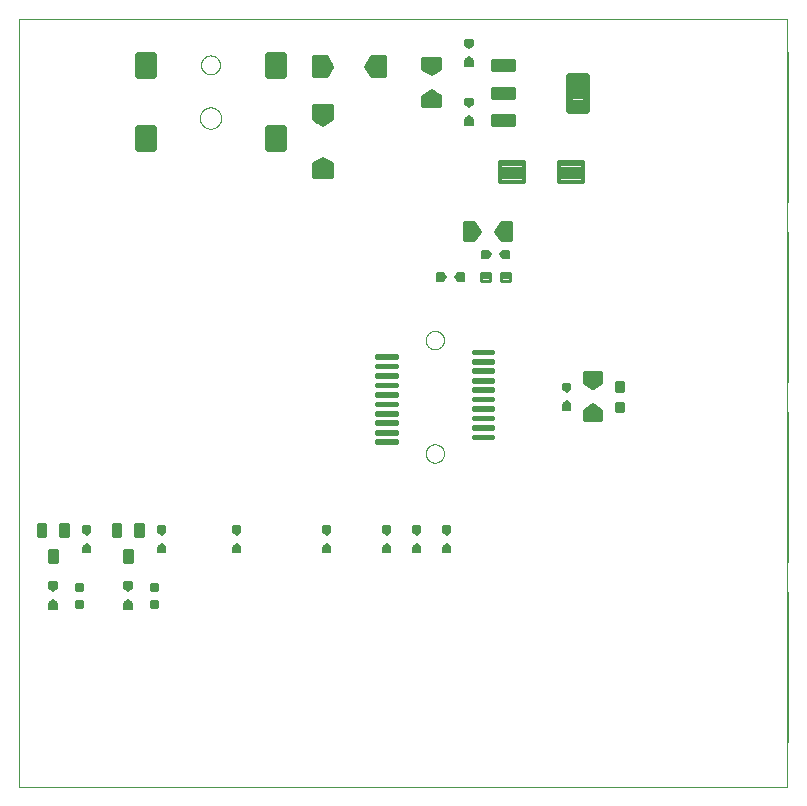
<source format=gtp>
From ad2df019cbf723b1d07ead72946830007506c741 Mon Sep 17 00:00:00 2001
From: Harald Welte <laforge@gnumonks.org>
Date: Tue, 21 Aug 2018 19:47:28 +0200
Subject: sfp-{breakout,experimenter}: Commit GERBER exports

---
 sfp-breakout/gerber/sfp-breakout/sfp-breakout.GTP | 1811 +++++++++++++++++++++
 1 file changed, 1811 insertions(+)
 create mode 100644 sfp-breakout/gerber/sfp-breakout/sfp-breakout.GTP

(limited to 'sfp-breakout/gerber/sfp-breakout/sfp-breakout.GTP')

diff --git a/sfp-breakout/gerber/sfp-breakout/sfp-breakout.GTP b/sfp-breakout/gerber/sfp-breakout/sfp-breakout.GTP
new file mode 100644
index 0000000..dcff220
--- /dev/null
+++ b/sfp-breakout/gerber/sfp-breakout/sfp-breakout.GTP
@@ -0,0 +1,1811 @@
+G75*
+%MOIN*%
+%OFA0B0*%
+%FSLAX25Y25*%
+%IPPOS*%
+%LPD*%
+%AMOC8*
+5,1,8,0,0,1.08239X$1,22.5*
+%
+%ADD10C,0.00000*%
+%ADD11C,0.00886*%
+%ADD12C,0.01200*%
+%ADD13C,0.00500*%
+%ADD14C,0.01063*%
+%ADD15C,0.01451*%
+%ADD16C,0.02182*%
+%ADD17C,0.01296*%
+%ADD18C,0.02418*%
+%ADD19C,0.00850*%
+D10*
+X0027667Y0001650D02*
+X0027667Y0257555D01*
+X0283573Y0257555D01*
+X0283573Y0001650D01*
+X0027667Y0001650D01*
+X0163160Y0112752D02*
+X0163162Y0112862D01*
+X0163168Y0112972D01*
+X0163178Y0113082D01*
+X0163192Y0113191D01*
+X0163210Y0113300D01*
+X0163231Y0113408D01*
+X0163257Y0113515D01*
+X0163286Y0113621D01*
+X0163320Y0113726D01*
+X0163357Y0113830D01*
+X0163398Y0113932D01*
+X0163442Y0114033D01*
+X0163490Y0114132D01*
+X0163542Y0114230D01*
+X0163597Y0114325D01*
+X0163655Y0114418D01*
+X0163717Y0114509D01*
+X0163782Y0114598D01*
+X0163850Y0114685D01*
+X0163922Y0114769D01*
+X0163996Y0114850D01*
+X0164073Y0114929D01*
+X0164153Y0115005D01*
+X0164236Y0115077D01*
+X0164321Y0115147D01*
+X0164409Y0115214D01*
+X0164499Y0115277D01*
+X0164591Y0115337D01*
+X0164685Y0115394D01*
+X0164782Y0115448D01*
+X0164880Y0115497D01*
+X0164980Y0115544D01*
+X0165082Y0115586D01*
+X0165185Y0115625D01*
+X0165289Y0115660D01*
+X0165395Y0115692D01*
+X0165501Y0115719D01*
+X0165609Y0115743D01*
+X0165717Y0115763D01*
+X0165826Y0115779D01*
+X0165936Y0115791D01*
+X0166046Y0115799D01*
+X0166156Y0115803D01*
+X0166266Y0115803D01*
+X0166376Y0115799D01*
+X0166486Y0115791D01*
+X0166596Y0115779D01*
+X0166705Y0115763D01*
+X0166813Y0115743D01*
+X0166921Y0115719D01*
+X0167027Y0115692D01*
+X0167133Y0115660D01*
+X0167237Y0115625D01*
+X0167340Y0115586D01*
+X0167442Y0115544D01*
+X0167542Y0115497D01*
+X0167640Y0115448D01*
+X0167736Y0115394D01*
+X0167831Y0115337D01*
+X0167923Y0115277D01*
+X0168013Y0115214D01*
+X0168101Y0115147D01*
+X0168186Y0115077D01*
+X0168269Y0115005D01*
+X0168349Y0114929D01*
+X0168426Y0114850D01*
+X0168500Y0114769D01*
+X0168572Y0114685D01*
+X0168640Y0114598D01*
+X0168705Y0114509D01*
+X0168767Y0114418D01*
+X0168825Y0114325D01*
+X0168880Y0114230D01*
+X0168932Y0114132D01*
+X0168980Y0114033D01*
+X0169024Y0113932D01*
+X0169065Y0113830D01*
+X0169102Y0113726D01*
+X0169136Y0113621D01*
+X0169165Y0113515D01*
+X0169191Y0113408D01*
+X0169212Y0113300D01*
+X0169230Y0113191D01*
+X0169244Y0113082D01*
+X0169254Y0112972D01*
+X0169260Y0112862D01*
+X0169262Y0112752D01*
+X0169260Y0112642D01*
+X0169254Y0112532D01*
+X0169244Y0112422D01*
+X0169230Y0112313D01*
+X0169212Y0112204D01*
+X0169191Y0112096D01*
+X0169165Y0111989D01*
+X0169136Y0111883D01*
+X0169102Y0111778D01*
+X0169065Y0111674D01*
+X0169024Y0111572D01*
+X0168980Y0111471D01*
+X0168932Y0111372D01*
+X0168880Y0111274D01*
+X0168825Y0111179D01*
+X0168767Y0111086D01*
+X0168705Y0110995D01*
+X0168640Y0110906D01*
+X0168572Y0110819D01*
+X0168500Y0110735D01*
+X0168426Y0110654D01*
+X0168349Y0110575D01*
+X0168269Y0110499D01*
+X0168186Y0110427D01*
+X0168101Y0110357D01*
+X0168013Y0110290D01*
+X0167923Y0110227D01*
+X0167831Y0110167D01*
+X0167737Y0110110D01*
+X0167640Y0110056D01*
+X0167542Y0110007D01*
+X0167442Y0109960D01*
+X0167340Y0109918D01*
+X0167237Y0109879D01*
+X0167133Y0109844D01*
+X0167027Y0109812D01*
+X0166921Y0109785D01*
+X0166813Y0109761D01*
+X0166705Y0109741D01*
+X0166596Y0109725D01*
+X0166486Y0109713D01*
+X0166376Y0109705D01*
+X0166266Y0109701D01*
+X0166156Y0109701D01*
+X0166046Y0109705D01*
+X0165936Y0109713D01*
+X0165826Y0109725D01*
+X0165717Y0109741D01*
+X0165609Y0109761D01*
+X0165501Y0109785D01*
+X0165395Y0109812D01*
+X0165289Y0109844D01*
+X0165185Y0109879D01*
+X0165082Y0109918D01*
+X0164980Y0109960D01*
+X0164880Y0110007D01*
+X0164782Y0110056D01*
+X0164685Y0110110D01*
+X0164591Y0110167D01*
+X0164499Y0110227D01*
+X0164409Y0110290D01*
+X0164321Y0110357D01*
+X0164236Y0110427D01*
+X0164153Y0110499D01*
+X0164073Y0110575D01*
+X0163996Y0110654D01*
+X0163922Y0110735D01*
+X0163850Y0110819D01*
+X0163782Y0110906D01*
+X0163717Y0110995D01*
+X0163655Y0111086D01*
+X0163597Y0111179D01*
+X0163542Y0111274D01*
+X0163490Y0111372D01*
+X0163442Y0111471D01*
+X0163398Y0111572D01*
+X0163357Y0111674D01*
+X0163320Y0111778D01*
+X0163286Y0111883D01*
+X0163257Y0111989D01*
+X0163231Y0112096D01*
+X0163210Y0112204D01*
+X0163192Y0112313D01*
+X0163178Y0112422D01*
+X0163168Y0112532D01*
+X0163162Y0112642D01*
+X0163160Y0112752D01*
+X0163160Y0150547D02*
+X0163162Y0150657D01*
+X0163168Y0150767D01*
+X0163178Y0150877D01*
+X0163192Y0150986D01*
+X0163210Y0151095D01*
+X0163231Y0151203D01*
+X0163257Y0151310D01*
+X0163286Y0151416D01*
+X0163320Y0151521D01*
+X0163357Y0151625D01*
+X0163398Y0151727D01*
+X0163442Y0151828D01*
+X0163490Y0151927D01*
+X0163542Y0152025D01*
+X0163597Y0152120D01*
+X0163655Y0152213D01*
+X0163717Y0152304D01*
+X0163782Y0152393D01*
+X0163850Y0152480D01*
+X0163922Y0152564D01*
+X0163996Y0152645D01*
+X0164073Y0152724D01*
+X0164153Y0152800D01*
+X0164236Y0152872D01*
+X0164321Y0152942D01*
+X0164409Y0153009D01*
+X0164499Y0153072D01*
+X0164591Y0153132D01*
+X0164685Y0153189D01*
+X0164782Y0153243D01*
+X0164880Y0153292D01*
+X0164980Y0153339D01*
+X0165082Y0153381D01*
+X0165185Y0153420D01*
+X0165289Y0153455D01*
+X0165395Y0153487D01*
+X0165501Y0153514D01*
+X0165609Y0153538D01*
+X0165717Y0153558D01*
+X0165826Y0153574D01*
+X0165936Y0153586D01*
+X0166046Y0153594D01*
+X0166156Y0153598D01*
+X0166266Y0153598D01*
+X0166376Y0153594D01*
+X0166486Y0153586D01*
+X0166596Y0153574D01*
+X0166705Y0153558D01*
+X0166813Y0153538D01*
+X0166921Y0153514D01*
+X0167027Y0153487D01*
+X0167133Y0153455D01*
+X0167237Y0153420D01*
+X0167340Y0153381D01*
+X0167442Y0153339D01*
+X0167542Y0153292D01*
+X0167640Y0153243D01*
+X0167736Y0153189D01*
+X0167831Y0153132D01*
+X0167923Y0153072D01*
+X0168013Y0153009D01*
+X0168101Y0152942D01*
+X0168186Y0152872D01*
+X0168269Y0152800D01*
+X0168349Y0152724D01*
+X0168426Y0152645D01*
+X0168500Y0152564D01*
+X0168572Y0152480D01*
+X0168640Y0152393D01*
+X0168705Y0152304D01*
+X0168767Y0152213D01*
+X0168825Y0152120D01*
+X0168880Y0152025D01*
+X0168932Y0151927D01*
+X0168980Y0151828D01*
+X0169024Y0151727D01*
+X0169065Y0151625D01*
+X0169102Y0151521D01*
+X0169136Y0151416D01*
+X0169165Y0151310D01*
+X0169191Y0151203D01*
+X0169212Y0151095D01*
+X0169230Y0150986D01*
+X0169244Y0150877D01*
+X0169254Y0150767D01*
+X0169260Y0150657D01*
+X0169262Y0150547D01*
+X0169260Y0150437D01*
+X0169254Y0150327D01*
+X0169244Y0150217D01*
+X0169230Y0150108D01*
+X0169212Y0149999D01*
+X0169191Y0149891D01*
+X0169165Y0149784D01*
+X0169136Y0149678D01*
+X0169102Y0149573D01*
+X0169065Y0149469D01*
+X0169024Y0149367D01*
+X0168980Y0149266D01*
+X0168932Y0149167D01*
+X0168880Y0149069D01*
+X0168825Y0148974D01*
+X0168767Y0148881D01*
+X0168705Y0148790D01*
+X0168640Y0148701D01*
+X0168572Y0148614D01*
+X0168500Y0148530D01*
+X0168426Y0148449D01*
+X0168349Y0148370D01*
+X0168269Y0148294D01*
+X0168186Y0148222D01*
+X0168101Y0148152D01*
+X0168013Y0148085D01*
+X0167923Y0148022D01*
+X0167831Y0147962D01*
+X0167737Y0147905D01*
+X0167640Y0147851D01*
+X0167542Y0147802D01*
+X0167442Y0147755D01*
+X0167340Y0147713D01*
+X0167237Y0147674D01*
+X0167133Y0147639D01*
+X0167027Y0147607D01*
+X0166921Y0147580D01*
+X0166813Y0147556D01*
+X0166705Y0147536D01*
+X0166596Y0147520D01*
+X0166486Y0147508D01*
+X0166376Y0147500D01*
+X0166266Y0147496D01*
+X0166156Y0147496D01*
+X0166046Y0147500D01*
+X0165936Y0147508D01*
+X0165826Y0147520D01*
+X0165717Y0147536D01*
+X0165609Y0147556D01*
+X0165501Y0147580D01*
+X0165395Y0147607D01*
+X0165289Y0147639D01*
+X0165185Y0147674D01*
+X0165082Y0147713D01*
+X0164980Y0147755D01*
+X0164880Y0147802D01*
+X0164782Y0147851D01*
+X0164685Y0147905D01*
+X0164591Y0147962D01*
+X0164499Y0148022D01*
+X0164409Y0148085D01*
+X0164321Y0148152D01*
+X0164236Y0148222D01*
+X0164153Y0148294D01*
+X0164073Y0148370D01*
+X0163996Y0148449D01*
+X0163922Y0148530D01*
+X0163850Y0148614D01*
+X0163782Y0148701D01*
+X0163717Y0148790D01*
+X0163655Y0148881D01*
+X0163597Y0148974D01*
+X0163542Y0149069D01*
+X0163490Y0149167D01*
+X0163442Y0149266D01*
+X0163398Y0149367D01*
+X0163357Y0149469D01*
+X0163320Y0149573D01*
+X0163286Y0149678D01*
+X0163257Y0149784D01*
+X0163231Y0149891D01*
+X0163210Y0149999D01*
+X0163192Y0150108D01*
+X0163178Y0150217D01*
+X0163168Y0150327D01*
+X0163162Y0150437D01*
+X0163160Y0150547D01*
+X0087874Y0224563D02*
+X0087876Y0224681D01*
+X0087882Y0224800D01*
+X0087892Y0224918D01*
+X0087906Y0225035D01*
+X0087923Y0225152D01*
+X0087945Y0225269D01*
+X0087971Y0225384D01*
+X0088000Y0225499D01*
+X0088033Y0225613D01*
+X0088070Y0225725D01*
+X0088111Y0225836D01*
+X0088155Y0225946D01*
+X0088203Y0226054D01*
+X0088255Y0226161D01*
+X0088310Y0226266D01*
+X0088369Y0226369D01*
+X0088431Y0226469D01*
+X0088496Y0226568D01*
+X0088565Y0226665D01*
+X0088636Y0226759D01*
+X0088711Y0226850D01*
+X0088789Y0226940D01*
+X0088870Y0227026D01*
+X0088954Y0227110D01*
+X0089040Y0227191D01*
+X0089130Y0227269D01*
+X0089221Y0227344D01*
+X0089315Y0227415D01*
+X0089412Y0227484D01*
+X0089511Y0227549D01*
+X0089611Y0227611D01*
+X0089714Y0227670D01*
+X0089819Y0227725D01*
+X0089926Y0227777D01*
+X0090034Y0227825D01*
+X0090144Y0227869D01*
+X0090255Y0227910D01*
+X0090367Y0227947D01*
+X0090481Y0227980D01*
+X0090596Y0228009D01*
+X0090711Y0228035D01*
+X0090828Y0228057D01*
+X0090945Y0228074D01*
+X0091062Y0228088D01*
+X0091180Y0228098D01*
+X0091299Y0228104D01*
+X0091417Y0228106D01*
+X0091535Y0228104D01*
+X0091654Y0228098D01*
+X0091772Y0228088D01*
+X0091889Y0228074D01*
+X0092006Y0228057D01*
+X0092123Y0228035D01*
+X0092238Y0228009D01*
+X0092353Y0227980D01*
+X0092467Y0227947D01*
+X0092579Y0227910D01*
+X0092690Y0227869D01*
+X0092800Y0227825D01*
+X0092908Y0227777D01*
+X0093015Y0227725D01*
+X0093120Y0227670D01*
+X0093223Y0227611D01*
+X0093323Y0227549D01*
+X0093422Y0227484D01*
+X0093519Y0227415D01*
+X0093613Y0227344D01*
+X0093704Y0227269D01*
+X0093794Y0227191D01*
+X0093880Y0227110D01*
+X0093964Y0227026D01*
+X0094045Y0226940D01*
+X0094123Y0226850D01*
+X0094198Y0226759D01*
+X0094269Y0226665D01*
+X0094338Y0226568D01*
+X0094403Y0226469D01*
+X0094465Y0226369D01*
+X0094524Y0226266D01*
+X0094579Y0226161D01*
+X0094631Y0226054D01*
+X0094679Y0225946D01*
+X0094723Y0225836D01*
+X0094764Y0225725D01*
+X0094801Y0225613D01*
+X0094834Y0225499D01*
+X0094863Y0225384D01*
+X0094889Y0225269D01*
+X0094911Y0225152D01*
+X0094928Y0225035D01*
+X0094942Y0224918D01*
+X0094952Y0224800D01*
+X0094958Y0224681D01*
+X0094960Y0224563D01*
+X0094958Y0224445D01*
+X0094952Y0224326D01*
+X0094942Y0224208D01*
+X0094928Y0224091D01*
+X0094911Y0223974D01*
+X0094889Y0223857D01*
+X0094863Y0223742D01*
+X0094834Y0223627D01*
+X0094801Y0223513D01*
+X0094764Y0223401D01*
+X0094723Y0223290D01*
+X0094679Y0223180D01*
+X0094631Y0223072D01*
+X0094579Y0222965D01*
+X0094524Y0222860D01*
+X0094465Y0222757D01*
+X0094403Y0222657D01*
+X0094338Y0222558D01*
+X0094269Y0222461D01*
+X0094198Y0222367D01*
+X0094123Y0222276D01*
+X0094045Y0222186D01*
+X0093964Y0222100D01*
+X0093880Y0222016D01*
+X0093794Y0221935D01*
+X0093704Y0221857D01*
+X0093613Y0221782D01*
+X0093519Y0221711D01*
+X0093422Y0221642D01*
+X0093323Y0221577D01*
+X0093223Y0221515D01*
+X0093120Y0221456D01*
+X0093015Y0221401D01*
+X0092908Y0221349D01*
+X0092800Y0221301D01*
+X0092690Y0221257D01*
+X0092579Y0221216D01*
+X0092467Y0221179D01*
+X0092353Y0221146D01*
+X0092238Y0221117D01*
+X0092123Y0221091D01*
+X0092006Y0221069D01*
+X0091889Y0221052D01*
+X0091772Y0221038D01*
+X0091654Y0221028D01*
+X0091535Y0221022D01*
+X0091417Y0221020D01*
+X0091299Y0221022D01*
+X0091180Y0221028D01*
+X0091062Y0221038D01*
+X0090945Y0221052D01*
+X0090828Y0221069D01*
+X0090711Y0221091D01*
+X0090596Y0221117D01*
+X0090481Y0221146D01*
+X0090367Y0221179D01*
+X0090255Y0221216D01*
+X0090144Y0221257D01*
+X0090034Y0221301D01*
+X0089926Y0221349D01*
+X0089819Y0221401D01*
+X0089714Y0221456D01*
+X0089611Y0221515D01*
+X0089511Y0221577D01*
+X0089412Y0221642D01*
+X0089315Y0221711D01*
+X0089221Y0221782D01*
+X0089130Y0221857D01*
+X0089040Y0221935D01*
+X0088954Y0222016D01*
+X0088870Y0222100D01*
+X0088789Y0222186D01*
+X0088711Y0222276D01*
+X0088636Y0222367D01*
+X0088565Y0222461D01*
+X0088496Y0222558D01*
+X0088431Y0222657D01*
+X0088369Y0222757D01*
+X0088310Y0222860D01*
+X0088255Y0222965D01*
+X0088203Y0223072D01*
+X0088155Y0223180D01*
+X0088111Y0223290D01*
+X0088070Y0223401D01*
+X0088033Y0223513D01*
+X0088000Y0223627D01*
+X0087971Y0223742D01*
+X0087945Y0223857D01*
+X0087923Y0223974D01*
+X0087906Y0224091D01*
+X0087892Y0224208D01*
+X0087882Y0224326D01*
+X0087876Y0224445D01*
+X0087874Y0224563D01*
+X0088267Y0242280D02*
+X0088269Y0242392D01*
+X0088275Y0242503D01*
+X0088285Y0242615D01*
+X0088299Y0242726D01*
+X0088316Y0242836D01*
+X0088338Y0242946D01*
+X0088364Y0243055D01*
+X0088393Y0243163D01*
+X0088426Y0243269D01*
+X0088463Y0243375D01*
+X0088504Y0243479D01*
+X0088549Y0243582D01*
+X0088597Y0243683D01*
+X0088648Y0243782D01*
+X0088703Y0243879D01*
+X0088762Y0243974D01*
+X0088823Y0244068D01*
+X0088888Y0244159D01*
+X0088957Y0244247D01*
+X0089028Y0244333D01*
+X0089102Y0244417D01*
+X0089180Y0244497D01*
+X0089260Y0244575D01*
+X0089343Y0244651D01*
+X0089428Y0244723D01*
+X0089516Y0244792D01*
+X0089606Y0244858D01*
+X0089699Y0244920D01*
+X0089794Y0244980D01*
+X0089891Y0245036D01*
+X0089989Y0245088D01*
+X0090090Y0245137D01*
+X0090192Y0245182D01*
+X0090296Y0245224D01*
+X0090401Y0245262D01*
+X0090508Y0245296D01*
+X0090615Y0245326D01*
+X0090724Y0245353D01*
+X0090833Y0245375D01*
+X0090944Y0245394D01*
+X0091054Y0245409D01*
+X0091166Y0245420D01*
+X0091277Y0245427D01*
+X0091389Y0245430D01*
+X0091501Y0245429D01*
+X0091613Y0245424D01*
+X0091724Y0245415D01*
+X0091835Y0245402D01*
+X0091946Y0245385D01*
+X0092056Y0245365D01*
+X0092165Y0245340D01*
+X0092273Y0245312D01*
+X0092380Y0245279D01*
+X0092486Y0245243D01*
+X0092590Y0245203D01*
+X0092693Y0245160D01*
+X0092795Y0245113D01*
+X0092894Y0245062D01*
+X0092992Y0245008D01*
+X0093088Y0244950D01*
+X0093182Y0244889D01*
+X0093273Y0244825D01*
+X0093362Y0244758D01*
+X0093449Y0244687D01*
+X0093533Y0244613D01*
+X0093615Y0244537D01*
+X0093693Y0244457D01*
+X0093769Y0244375D01*
+X0093842Y0244290D01*
+X0093912Y0244203D01*
+X0093978Y0244113D01*
+X0094042Y0244021D01*
+X0094102Y0243927D01*
+X0094159Y0243831D01*
+X0094212Y0243732D01*
+X0094262Y0243632D01*
+X0094308Y0243531D01*
+X0094351Y0243427D01*
+X0094390Y0243322D01*
+X0094425Y0243216D01*
+X0094456Y0243109D01*
+X0094484Y0243000D01*
+X0094507Y0242891D01*
+X0094527Y0242781D01*
+X0094543Y0242670D01*
+X0094555Y0242559D01*
+X0094563Y0242448D01*
+X0094567Y0242336D01*
+X0094567Y0242224D01*
+X0094563Y0242112D01*
+X0094555Y0242001D01*
+X0094543Y0241890D01*
+X0094527Y0241779D01*
+X0094507Y0241669D01*
+X0094484Y0241560D01*
+X0094456Y0241451D01*
+X0094425Y0241344D01*
+X0094390Y0241238D01*
+X0094351Y0241133D01*
+X0094308Y0241029D01*
+X0094262Y0240928D01*
+X0094212Y0240828D01*
+X0094159Y0240729D01*
+X0094102Y0240633D01*
+X0094042Y0240539D01*
+X0093978Y0240447D01*
+X0093912Y0240357D01*
+X0093842Y0240270D01*
+X0093769Y0240185D01*
+X0093693Y0240103D01*
+X0093615Y0240023D01*
+X0093533Y0239947D01*
+X0093449Y0239873D01*
+X0093362Y0239802D01*
+X0093273Y0239735D01*
+X0093182Y0239671D01*
+X0093088Y0239610D01*
+X0092992Y0239552D01*
+X0092894Y0239498D01*
+X0092795Y0239447D01*
+X0092693Y0239400D01*
+X0092590Y0239357D01*
+X0092486Y0239317D01*
+X0092380Y0239281D01*
+X0092273Y0239248D01*
+X0092165Y0239220D01*
+X0092056Y0239195D01*
+X0091946Y0239175D01*
+X0091835Y0239158D01*
+X0091724Y0239145D01*
+X0091613Y0239136D01*
+X0091501Y0239131D01*
+X0091389Y0239130D01*
+X0091277Y0239133D01*
+X0091166Y0239140D01*
+X0091054Y0239151D01*
+X0090944Y0239166D01*
+X0090833Y0239185D01*
+X0090724Y0239207D01*
+X0090615Y0239234D01*
+X0090508Y0239264D01*
+X0090401Y0239298D01*
+X0090296Y0239336D01*
+X0090192Y0239378D01*
+X0090090Y0239423D01*
+X0089989Y0239472D01*
+X0089891Y0239524D01*
+X0089794Y0239580D01*
+X0089699Y0239640D01*
+X0089606Y0239702D01*
+X0089516Y0239768D01*
+X0089428Y0239837D01*
+X0089343Y0239909D01*
+X0089260Y0239985D01*
+X0089180Y0240063D01*
+X0089102Y0240143D01*
+X0089028Y0240227D01*
+X0088957Y0240313D01*
+X0088888Y0240401D01*
+X0088823Y0240492D01*
+X0088762Y0240586D01*
+X0088703Y0240681D01*
+X0088648Y0240778D01*
+X0088597Y0240877D01*
+X0088549Y0240978D01*
+X0088504Y0241081D01*
+X0088463Y0241185D01*
+X0088426Y0241291D01*
+X0088393Y0241397D01*
+X0088364Y0241505D01*
+X0088338Y0241614D01*
+X0088316Y0241724D01*
+X0088299Y0241834D01*
+X0088285Y0241945D01*
+X0088275Y0242057D01*
+X0088269Y0242168D01*
+X0088267Y0242280D01*
+X0283917Y0246650D02*
+X0283917Y0196650D01*
+X0283917Y0186650D02*
+X0283917Y0136650D01*
+X0283917Y0126650D02*
+X0283917Y0076650D01*
+X0283917Y0066650D02*
+X0283917Y0016650D01*
+D11*
+X0185747Y0117821D02*
+X0178957Y0117821D01*
+X0178957Y0118707D01*
+X0185747Y0118707D01*
+X0185747Y0117821D01*
+X0185747Y0118706D02*
+X0178957Y0118706D01*
+X0178957Y0120970D02*
+X0185747Y0120970D01*
+X0178957Y0120970D02*
+X0178957Y0121856D01*
+X0185747Y0121856D01*
+X0185747Y0120970D01*
+X0185747Y0121855D02*
+X0178957Y0121855D01*
+X0178957Y0124120D02*
+X0185747Y0124120D01*
+X0178957Y0124120D02*
+X0178957Y0125006D01*
+X0185747Y0125006D01*
+X0185747Y0124120D01*
+X0185747Y0125005D02*
+X0178957Y0125005D01*
+X0178957Y0127270D02*
+X0185747Y0127270D01*
+X0178957Y0127270D02*
+X0178957Y0128156D01*
+X0185747Y0128156D01*
+X0185747Y0127270D01*
+X0185747Y0128155D02*
+X0178957Y0128155D01*
+X0178957Y0130419D02*
+X0185747Y0130419D01*
+X0178957Y0130419D02*
+X0178957Y0131305D01*
+X0185747Y0131305D01*
+X0185747Y0130419D01*
+X0185747Y0131304D02*
+X0178957Y0131304D01*
+X0178957Y0133569D02*
+X0185747Y0133569D01*
+X0178957Y0133569D02*
+X0178957Y0134455D01*
+X0185747Y0134455D01*
+X0185747Y0133569D01*
+X0185747Y0134454D02*
+X0178957Y0134454D01*
+X0178957Y0136718D02*
+X0185747Y0136718D01*
+X0178957Y0136718D02*
+X0178957Y0137604D01*
+X0185747Y0137604D01*
+X0185747Y0136718D01*
+X0185747Y0137603D02*
+X0178957Y0137603D01*
+X0178957Y0139868D02*
+X0185747Y0139868D01*
+X0178957Y0139868D02*
+X0178957Y0140754D01*
+X0185747Y0140754D01*
+X0185747Y0139868D01*
+X0185747Y0140753D02*
+X0178957Y0140753D01*
+X0178957Y0143018D02*
+X0185747Y0143018D01*
+X0178957Y0143018D02*
+X0178957Y0143904D01*
+X0185747Y0143904D01*
+X0185747Y0143018D01*
+X0185747Y0143903D02*
+X0178957Y0143903D01*
+X0178957Y0146167D02*
+X0185747Y0146167D01*
+X0178957Y0146167D02*
+X0178957Y0147053D01*
+X0185747Y0147053D01*
+X0185747Y0146167D01*
+X0185747Y0147052D02*
+X0178957Y0147052D01*
+X0153464Y0144592D02*
+X0146674Y0144592D01*
+X0146674Y0145478D01*
+X0153464Y0145478D01*
+X0153464Y0144592D01*
+X0153464Y0145477D02*
+X0146674Y0145477D01*
+X0146674Y0141443D02*
+X0153464Y0141443D01*
+X0146674Y0141443D02*
+X0146674Y0142329D01*
+X0153464Y0142329D01*
+X0153464Y0141443D01*
+X0153464Y0142328D02*
+X0146674Y0142328D01*
+X0146674Y0138293D02*
+X0153464Y0138293D01*
+X0146674Y0138293D02*
+X0146674Y0139179D01*
+X0153464Y0139179D01*
+X0153464Y0138293D01*
+X0153464Y0139178D02*
+X0146674Y0139178D01*
+X0146674Y0135144D02*
+X0153464Y0135144D01*
+X0146674Y0135144D02*
+X0146674Y0136030D01*
+X0153464Y0136030D01*
+X0153464Y0135144D01*
+X0153464Y0136029D02*
+X0146674Y0136029D01*
+X0146674Y0131994D02*
+X0153464Y0131994D01*
+X0146674Y0131994D02*
+X0146674Y0132880D01*
+X0153464Y0132880D01*
+X0153464Y0131994D01*
+X0153464Y0132879D02*
+X0146674Y0132879D01*
+X0146674Y0128844D02*
+X0153464Y0128844D01*
+X0146674Y0128844D02*
+X0146674Y0129730D01*
+X0153464Y0129730D01*
+X0153464Y0128844D01*
+X0153464Y0129729D02*
+X0146674Y0129729D01*
+X0146674Y0125695D02*
+X0153464Y0125695D01*
+X0146674Y0125695D02*
+X0146674Y0126581D01*
+X0153464Y0126581D01*
+X0153464Y0125695D01*
+X0153464Y0126580D02*
+X0146674Y0126580D01*
+X0146674Y0122545D02*
+X0153464Y0122545D01*
+X0146674Y0122545D02*
+X0146674Y0123431D01*
+X0153464Y0123431D01*
+X0153464Y0122545D01*
+X0153464Y0123430D02*
+X0146674Y0123430D01*
+X0146674Y0119396D02*
+X0153464Y0119396D01*
+X0146674Y0119396D02*
+X0146674Y0120282D01*
+X0153464Y0120282D01*
+X0153464Y0119396D01*
+X0153464Y0120281D02*
+X0146674Y0120281D01*
+X0146674Y0116246D02*
+X0153464Y0116246D01*
+X0146674Y0116246D02*
+X0146674Y0117132D01*
+X0153464Y0117132D01*
+X0153464Y0116246D01*
+X0153464Y0117131D02*
+X0146674Y0117131D01*
+D12*
+X0216105Y0123837D02*
+X0216105Y0126962D01*
+X0218917Y0128837D01*
+X0221730Y0126962D01*
+X0221730Y0123837D01*
+X0216105Y0123837D01*
+X0216105Y0123898D02*
+X0221730Y0123898D01*
+X0221730Y0125096D02*
+X0216105Y0125096D01*
+X0216105Y0126295D02*
+X0221730Y0126295D01*
+X0220933Y0127493D02*
+X0216902Y0127493D01*
+X0218699Y0128692D02*
+X0219135Y0128692D01*
+X0218917Y0134462D02*
+X0216105Y0136337D01*
+X0216105Y0139462D01*
+X0221730Y0139462D01*
+X0221730Y0136337D01*
+X0218917Y0134462D01*
+X0218584Y0134684D02*
+X0219251Y0134684D01*
+X0221048Y0135883D02*
+X0216786Y0135883D01*
+X0216105Y0137081D02*
+X0221730Y0137081D01*
+X0221730Y0138280D02*
+X0216105Y0138280D01*
+X0191730Y0183837D02*
+X0188605Y0183837D01*
+X0186730Y0186650D01*
+X0188605Y0189462D01*
+X0191730Y0189462D01*
+X0191730Y0183837D01*
+X0191730Y0185022D02*
+X0187815Y0185022D01*
+X0187016Y0186220D02*
+X0191730Y0186220D01*
+X0191730Y0187419D02*
+X0187243Y0187419D01*
+X0188042Y0188617D02*
+X0191730Y0188617D01*
+X0181105Y0186650D02*
+X0179230Y0183837D01*
+X0176105Y0183837D01*
+X0176105Y0189462D01*
+X0179230Y0189462D01*
+X0181105Y0186650D01*
+X0180819Y0186220D02*
+X0176105Y0186220D01*
+X0176105Y0185022D02*
+X0180020Y0185022D01*
+X0180592Y0187419D02*
+X0176105Y0187419D01*
+X0176105Y0188617D02*
+X0179793Y0188617D01*
+X0167980Y0228522D02*
+X0162355Y0228522D01*
+X0162355Y0231647D01*
+X0165167Y0233522D01*
+X0167980Y0231647D01*
+X0167980Y0228522D01*
+X0167980Y0229367D02*
+X0162355Y0229367D01*
+X0162355Y0230565D02*
+X0167980Y0230565D01*
+X0167805Y0231764D02*
+X0162530Y0231764D01*
+X0164328Y0232962D02*
+X0166007Y0232962D01*
+X0165167Y0239147D02*
+X0162355Y0241022D01*
+X0162355Y0244147D01*
+X0167980Y0244147D01*
+X0167980Y0241022D01*
+X0165167Y0239147D01*
+X0163658Y0240153D02*
+X0166677Y0240153D01*
+X0167980Y0241352D02*
+X0162355Y0241352D01*
+X0162355Y0242550D02*
+X0167980Y0242550D01*
+X0167980Y0243749D02*
+X0162355Y0243749D01*
+X0149542Y0243749D02*
+X0144552Y0243749D01*
+X0145167Y0244775D02*
+X0143292Y0241650D01*
+X0145167Y0238525D01*
+X0149542Y0238525D01*
+X0149542Y0244775D01*
+X0145167Y0244775D01*
+X0143833Y0242550D02*
+X0149542Y0242550D01*
+X0149542Y0241352D02*
+X0143471Y0241352D01*
+X0144190Y0240153D02*
+X0149542Y0240153D01*
+X0149542Y0238955D02*
+X0144909Y0238955D01*
+X0132042Y0241650D02*
+X0130167Y0238525D01*
+X0125792Y0238525D01*
+X0125792Y0244775D01*
+X0130167Y0244775D01*
+X0132042Y0241650D01*
+X0131864Y0241352D02*
+X0125792Y0241352D01*
+X0125792Y0242550D02*
+X0131502Y0242550D01*
+X0130783Y0243749D02*
+X0125792Y0243749D01*
+X0125792Y0240153D02*
+X0131145Y0240153D01*
+X0130425Y0238955D02*
+X0125792Y0238955D01*
+X0125792Y0228525D02*
+X0125792Y0224150D01*
+X0128917Y0222275D01*
+X0132042Y0224150D01*
+X0132042Y0228525D01*
+X0125792Y0228525D01*
+X0125792Y0228168D02*
+X0132042Y0228168D01*
+X0132042Y0226970D02*
+X0125792Y0226970D01*
+X0125792Y0225771D02*
+X0132042Y0225771D01*
+X0132042Y0224573D02*
+X0125792Y0224573D01*
+X0127085Y0223374D02*
+X0130750Y0223374D01*
+X0128917Y0211025D02*
+X0125792Y0209150D01*
+X0125792Y0204775D01*
+X0132042Y0204775D01*
+X0132042Y0209150D01*
+X0128917Y0211025D01*
+X0127527Y0210191D02*
+X0130307Y0210191D01*
+X0132042Y0208992D02*
+X0125792Y0208992D01*
+X0125792Y0207794D02*
+X0132042Y0207794D01*
+X0132042Y0206595D02*
+X0125792Y0206595D01*
+X0125792Y0205397D02*
+X0132042Y0205397D01*
+D13*
+X0167042Y0172900D02*
+X0168917Y0172900D01*
+X0169855Y0171650D01*
+X0168917Y0170400D01*
+X0167042Y0170400D01*
+X0167042Y0172900D01*
+X0167042Y0172639D02*
+X0169113Y0172639D01*
+X0169487Y0172140D02*
+X0167042Y0172140D01*
+X0167042Y0171642D02*
+X0169849Y0171642D01*
+X0169475Y0171143D02*
+X0167042Y0171143D01*
+X0167042Y0170645D02*
+X0169101Y0170645D01*
+X0172980Y0171650D02*
+X0173917Y0172900D01*
+X0175792Y0172900D01*
+X0175792Y0170400D01*
+X0173917Y0170400D01*
+X0172980Y0171650D01*
+X0172986Y0171642D02*
+X0175792Y0171642D01*
+X0175792Y0172140D02*
+X0173348Y0172140D01*
+X0173722Y0172639D02*
+X0175792Y0172639D01*
+X0175792Y0171143D02*
+X0173359Y0171143D01*
+X0173733Y0170645D02*
+X0175792Y0170645D01*
+X0182042Y0177900D02*
+X0182042Y0180400D01*
+X0183917Y0180400D01*
+X0184855Y0179150D01*
+X0183917Y0177900D01*
+X0182042Y0177900D01*
+X0182042Y0178123D02*
+X0184085Y0178123D01*
+X0184458Y0178621D02*
+X0182042Y0178621D01*
+X0182042Y0179120D02*
+X0184832Y0179120D01*
+X0184503Y0179618D02*
+X0182042Y0179618D01*
+X0182042Y0180117D02*
+X0184130Y0180117D01*
+X0187980Y0179150D02*
+X0188917Y0177900D01*
+X0190792Y0177900D01*
+X0190792Y0180400D01*
+X0188917Y0180400D01*
+X0187980Y0179150D01*
+X0188002Y0179120D02*
+X0190792Y0179120D01*
+X0190792Y0179618D02*
+X0188331Y0179618D01*
+X0188705Y0180117D02*
+X0190792Y0180117D01*
+X0190792Y0178621D02*
+X0188376Y0178621D01*
+X0188750Y0178123D02*
+X0190792Y0178123D01*
+X0208917Y0136025D02*
+X0211417Y0136025D01*
+X0211417Y0134150D01*
+X0210167Y0133212D01*
+X0208917Y0134150D01*
+X0208917Y0136025D01*
+X0208917Y0135749D02*
+X0211417Y0135749D01*
+X0211417Y0135251D02*
+X0208917Y0135251D01*
+X0208917Y0134752D02*
+X0211417Y0134752D01*
+X0211417Y0134254D02*
+X0208917Y0134254D01*
+X0209443Y0133755D02*
+X0210891Y0133755D01*
+X0210227Y0133257D02*
+X0210108Y0133257D01*
+X0210167Y0130087D02*
+X0208917Y0129150D01*
+X0208917Y0127275D01*
+X0211417Y0127275D01*
+X0211417Y0129150D01*
+X0210167Y0130087D01*
+X0209741Y0129767D02*
+X0210594Y0129767D01*
+X0211259Y0129269D02*
+X0209076Y0129269D01*
+X0208917Y0128770D02*
+X0211417Y0128770D01*
+X0211417Y0128271D02*
+X0208917Y0128271D01*
+X0208917Y0127773D02*
+X0211417Y0127773D01*
+X0171417Y0088525D02*
+X0168917Y0088525D01*
+X0168917Y0086650D01*
+X0170167Y0085712D01*
+X0171417Y0086650D01*
+X0171417Y0088525D01*
+X0171417Y0088391D02*
+X0168917Y0088391D01*
+X0168917Y0087892D02*
+X0171417Y0087892D01*
+X0171417Y0087394D02*
+X0168917Y0087394D01*
+X0168917Y0086895D02*
+X0171417Y0086895D01*
+X0171080Y0086397D02*
+X0169255Y0086397D01*
+X0169919Y0085898D02*
+X0170415Y0085898D01*
+X0170167Y0082587D02*
+X0171417Y0081650D01*
+X0171417Y0079775D01*
+X0168917Y0079775D01*
+X0168917Y0081650D01*
+X0170167Y0082587D01*
+X0169929Y0082408D02*
+X0170406Y0082408D01*
+X0171070Y0081910D02*
+X0169264Y0081910D01*
+X0168917Y0081411D02*
+X0171417Y0081411D01*
+X0171417Y0080913D02*
+X0168917Y0080913D01*
+X0168917Y0080414D02*
+X0171417Y0080414D01*
+X0171417Y0079916D02*
+X0168917Y0079916D01*
+X0161417Y0079916D02*
+X0158917Y0079916D01*
+X0158917Y0079775D02*
+X0161417Y0079775D01*
+X0161417Y0081650D01*
+X0160167Y0082587D01*
+X0158917Y0081650D01*
+X0158917Y0079775D01*
+X0158917Y0080414D02*
+X0161417Y0080414D01*
+X0161417Y0080913D02*
+X0158917Y0080913D01*
+X0158917Y0081411D02*
+X0161417Y0081411D01*
+X0161070Y0081910D02*
+X0159264Y0081910D01*
+X0159929Y0082408D02*
+X0160406Y0082408D01*
+X0160167Y0085712D02*
+X0158917Y0086650D01*
+X0158917Y0088525D01*
+X0161417Y0088525D01*
+X0161417Y0086650D01*
+X0160167Y0085712D01*
+X0159919Y0085898D02*
+X0160415Y0085898D01*
+X0161080Y0086397D02*
+X0159255Y0086397D01*
+X0158917Y0086895D02*
+X0161417Y0086895D01*
+X0161417Y0087394D02*
+X0158917Y0087394D01*
+X0158917Y0087892D02*
+X0161417Y0087892D01*
+X0161417Y0088391D02*
+X0158917Y0088391D01*
+X0151417Y0088391D02*
+X0148917Y0088391D01*
+X0148917Y0088525D02*
+X0151417Y0088525D01*
+X0151417Y0086650D01*
+X0150167Y0085712D01*
+X0148917Y0086650D01*
+X0148917Y0088525D01*
+X0148917Y0087892D02*
+X0151417Y0087892D01*
+X0151417Y0087394D02*
+X0148917Y0087394D01*
+X0148917Y0086895D02*
+X0151417Y0086895D01*
+X0151080Y0086397D02*
+X0149255Y0086397D01*
+X0149919Y0085898D02*
+X0150415Y0085898D01*
+X0150167Y0082587D02*
+X0151417Y0081650D01*
+X0151417Y0079775D01*
+X0148917Y0079775D01*
+X0148917Y0081650D01*
+X0150167Y0082587D01*
+X0149929Y0082408D02*
+X0150406Y0082408D01*
+X0151070Y0081910D02*
+X0149264Y0081910D01*
+X0148917Y0081411D02*
+X0151417Y0081411D01*
+X0151417Y0080913D02*
+X0148917Y0080913D01*
+X0148917Y0080414D02*
+X0151417Y0080414D01*
+X0151417Y0079916D02*
+X0148917Y0079916D01*
+X0131417Y0079916D02*
+X0128917Y0079916D01*
+X0128917Y0079775D02*
+X0131417Y0079775D01*
+X0131417Y0081650D01*
+X0130167Y0082587D01*
+X0128917Y0081650D01*
+X0128917Y0079775D01*
+X0128917Y0080414D02*
+X0131417Y0080414D01*
+X0131417Y0080913D02*
+X0128917Y0080913D01*
+X0128917Y0081411D02*
+X0131417Y0081411D01*
+X0131070Y0081910D02*
+X0129264Y0081910D01*
+X0129929Y0082408D02*
+X0130406Y0082408D01*
+X0130167Y0085712D02*
+X0128917Y0086650D01*
+X0128917Y0088525D01*
+X0131417Y0088525D01*
+X0131417Y0086650D01*
+X0130167Y0085712D01*
+X0129919Y0085898D02*
+X0130415Y0085898D01*
+X0131080Y0086397D02*
+X0129255Y0086397D01*
+X0128917Y0086895D02*
+X0131417Y0086895D01*
+X0131417Y0087394D02*
+X0128917Y0087394D01*
+X0128917Y0087892D02*
+X0131417Y0087892D01*
+X0131417Y0088391D02*
+X0128917Y0088391D01*
+X0101417Y0088391D02*
+X0098917Y0088391D01*
+X0098917Y0088525D02*
+X0101417Y0088525D01*
+X0101417Y0086650D01*
+X0100167Y0085712D01*
+X0098917Y0086650D01*
+X0098917Y0088525D01*
+X0098917Y0087892D02*
+X0101417Y0087892D01*
+X0101417Y0087394D02*
+X0098917Y0087394D01*
+X0098917Y0086895D02*
+X0101417Y0086895D01*
+X0101080Y0086397D02*
+X0099255Y0086397D01*
+X0099919Y0085898D02*
+X0100415Y0085898D01*
+X0100167Y0082587D02*
+X0098917Y0081650D01*
+X0098917Y0079775D01*
+X0101417Y0079775D01*
+X0101417Y0081650D01*
+X0100167Y0082587D01*
+X0099929Y0082408D02*
+X0100406Y0082408D01*
+X0101070Y0081910D02*
+X0099264Y0081910D01*
+X0098917Y0081411D02*
+X0101417Y0081411D01*
+X0101417Y0080913D02*
+X0098917Y0080913D01*
+X0098917Y0080414D02*
+X0101417Y0080414D01*
+X0101417Y0079916D02*
+X0098917Y0079916D01*
+X0076417Y0079916D02*
+X0073917Y0079916D01*
+X0073917Y0079775D02*
+X0073917Y0081650D01*
+X0075167Y0082587D01*
+X0076417Y0081650D01*
+X0076417Y0079775D01*
+X0073917Y0079775D01*
+X0073917Y0080414D02*
+X0076417Y0080414D01*
+X0076417Y0080913D02*
+X0073917Y0080913D01*
+X0073917Y0081411D02*
+X0076417Y0081411D01*
+X0076070Y0081910D02*
+X0074264Y0081910D01*
+X0074929Y0082408D02*
+X0075406Y0082408D01*
+X0075167Y0085712D02*
+X0073917Y0086650D01*
+X0073917Y0088525D01*
+X0076417Y0088525D01*
+X0076417Y0086650D01*
+X0075167Y0085712D01*
+X0074919Y0085898D02*
+X0075415Y0085898D01*
+X0076080Y0086397D02*
+X0074255Y0086397D01*
+X0073917Y0086895D02*
+X0076417Y0086895D01*
+X0076417Y0087394D02*
+X0073917Y0087394D01*
+X0073917Y0087892D02*
+X0076417Y0087892D01*
+X0076417Y0088391D02*
+X0073917Y0088391D01*
+X0065167Y0069775D02*
+X0062667Y0069775D01*
+X0062667Y0067900D01*
+X0063917Y0066962D01*
+X0065167Y0067900D01*
+X0065167Y0069775D01*
+X0065167Y0069447D02*
+X0062667Y0069447D01*
+X0062667Y0068949D02*
+X0065167Y0068949D01*
+X0065167Y0068450D02*
+X0062667Y0068450D01*
+X0062667Y0067952D02*
+X0065167Y0067952D01*
+X0064572Y0067453D02*
+X0063263Y0067453D01*
+X0063917Y0063837D02*
+X0065167Y0062900D01*
+X0065167Y0061025D01*
+X0062667Y0061025D01*
+X0062667Y0062900D01*
+X0063917Y0063837D01*
+X0063421Y0063465D02*
+X0064413Y0063465D01*
+X0065078Y0062966D02*
+X0062757Y0062966D01*
+X0062667Y0062468D02*
+X0065167Y0062468D01*
+X0065167Y0061969D02*
+X0062667Y0061969D01*
+X0062667Y0061471D02*
+X0065167Y0061471D01*
+X0051417Y0079775D02*
+X0048917Y0079775D01*
+X0048917Y0081650D01*
+X0050167Y0082587D01*
+X0051417Y0081650D01*
+X0051417Y0079775D01*
+X0051417Y0079916D02*
+X0048917Y0079916D01*
+X0048917Y0080414D02*
+X0051417Y0080414D01*
+X0051417Y0080913D02*
+X0048917Y0080913D01*
+X0048917Y0081411D02*
+X0051417Y0081411D01*
+X0051070Y0081910D02*
+X0049264Y0081910D01*
+X0049929Y0082408D02*
+X0050406Y0082408D01*
+X0050167Y0085712D02*
+X0048917Y0086650D01*
+X0048917Y0088525D01*
+X0051417Y0088525D01*
+X0051417Y0086650D01*
+X0050167Y0085712D01*
+X0049919Y0085898D02*
+X0050415Y0085898D01*
+X0051080Y0086397D02*
+X0049255Y0086397D01*
+X0048917Y0086895D02*
+X0051417Y0086895D01*
+X0051417Y0087394D02*
+X0048917Y0087394D01*
+X0048917Y0087892D02*
+X0051417Y0087892D01*
+X0051417Y0088391D02*
+X0048917Y0088391D01*
+X0040167Y0069775D02*
+X0037667Y0069775D01*
+X0037667Y0067900D01*
+X0038917Y0066962D01*
+X0040167Y0067900D01*
+X0040167Y0069775D01*
+X0040167Y0069447D02*
+X0037667Y0069447D01*
+X0037667Y0068949D02*
+X0040167Y0068949D01*
+X0040167Y0068450D02*
+X0037667Y0068450D01*
+X0037667Y0067952D02*
+X0040167Y0067952D01*
+X0039572Y0067453D02*
+X0038263Y0067453D01*
+X0038917Y0063837D02*
+X0037667Y0062900D01*
+X0037667Y0061025D01*
+X0040167Y0061025D01*
+X0040167Y0062900D01*
+X0038917Y0063837D01*
+X0038421Y0063465D02*
+X0039413Y0063465D01*
+X0040078Y0062966D02*
+X0037757Y0062966D01*
+X0037667Y0062468D02*
+X0040167Y0062468D01*
+X0040167Y0061969D02*
+X0037667Y0061969D01*
+X0037667Y0061471D02*
+X0040167Y0061471D01*
+X0176417Y0222275D02*
+X0178917Y0222275D01*
+X0178917Y0224150D01*
+X0177667Y0225087D01*
+X0176417Y0224150D01*
+X0176417Y0222275D01*
+X0176417Y0222490D02*
+X0178917Y0222490D01*
+X0178917Y0222989D02*
+X0176417Y0222989D01*
+X0176417Y0223487D02*
+X0178917Y0223487D01*
+X0178917Y0223986D02*
+X0176417Y0223986D01*
+X0176863Y0224484D02*
+X0178471Y0224484D01*
+X0177807Y0224983D02*
+X0177528Y0224983D01*
+X0177667Y0228212D02*
+X0176417Y0229150D01*
+X0176417Y0231025D01*
+X0178917Y0231025D01*
+X0178917Y0229150D01*
+X0177667Y0228212D01*
+X0177320Y0228472D02*
+X0178014Y0228472D01*
+X0178679Y0228971D02*
+X0176656Y0228971D01*
+X0176417Y0229469D02*
+X0178917Y0229469D01*
+X0178917Y0229968D02*
+X0176417Y0229968D01*
+X0176417Y0230466D02*
+X0178917Y0230466D01*
+X0178917Y0230965D02*
+X0176417Y0230965D01*
+X0176417Y0241965D02*
+X0178917Y0241965D01*
+X0178917Y0243840D01*
+X0177667Y0244777D01*
+X0176417Y0243840D01*
+X0176417Y0241965D01*
+X0176417Y0242431D02*
+X0178917Y0242431D01*
+X0178917Y0242929D02*
+X0176417Y0242929D01*
+X0176417Y0243428D02*
+X0178917Y0243428D01*
+X0178802Y0243926D02*
+X0176533Y0243926D01*
+X0177197Y0244425D02*
+X0178137Y0244425D01*
+X0177667Y0247902D02*
+X0176417Y0248840D01*
+X0176417Y0250715D01*
+X0178917Y0250715D01*
+X0178917Y0248840D01*
+X0177667Y0247902D01*
+X0177651Y0247914D02*
+X0177684Y0247914D01*
+X0178348Y0248413D02*
+X0176986Y0248413D01*
+X0176417Y0248911D02*
+X0178917Y0248911D01*
+X0178917Y0249410D02*
+X0176417Y0249410D01*
+X0176417Y0249908D02*
+X0178917Y0249908D01*
+X0178917Y0250407D02*
+X0176417Y0250407D01*
+D14*
+X0181634Y0172890D02*
+X0184508Y0172890D01*
+X0184508Y0170410D01*
+X0181634Y0170410D01*
+X0181634Y0172890D01*
+X0181634Y0171472D02*
+X0184508Y0171472D01*
+X0184508Y0172534D02*
+X0181634Y0172534D01*
+X0188327Y0172890D02*
+X0191201Y0172890D01*
+X0191201Y0170410D01*
+X0188327Y0170410D01*
+X0188327Y0172890D01*
+X0188327Y0171472D02*
+X0191201Y0171472D01*
+X0191201Y0172534D02*
+X0188327Y0172534D01*
+X0228907Y0136433D02*
+X0228907Y0133559D01*
+X0226427Y0133559D01*
+X0226427Y0136433D01*
+X0228907Y0136433D01*
+X0228907Y0134621D02*
+X0226427Y0134621D01*
+X0226427Y0135683D02*
+X0228907Y0135683D01*
+X0228907Y0129740D02*
+X0228907Y0126866D01*
+X0226427Y0126866D01*
+X0226427Y0129740D01*
+X0228907Y0129740D01*
+X0228907Y0127928D02*
+X0226427Y0127928D01*
+X0226427Y0128990D02*
+X0228907Y0128990D01*
+X0068897Y0089258D02*
+X0066417Y0089258D01*
+X0068897Y0089258D02*
+X0068897Y0085202D01*
+X0066417Y0085202D01*
+X0066417Y0089258D01*
+X0066417Y0086264D02*
+X0068897Y0086264D01*
+X0068897Y0087326D02*
+X0066417Y0087326D01*
+X0066417Y0088388D02*
+X0068897Y0088388D01*
+X0061417Y0089258D02*
+X0058937Y0089258D01*
+X0061417Y0089258D02*
+X0061417Y0085202D01*
+X0058937Y0085202D01*
+X0058937Y0089258D01*
+X0058937Y0086264D02*
+X0061417Y0086264D01*
+X0061417Y0087326D02*
+X0058937Y0087326D01*
+X0058937Y0088388D02*
+X0061417Y0088388D01*
+X0062677Y0080597D02*
+X0065157Y0080597D01*
+X0065157Y0076541D01*
+X0062677Y0076541D01*
+X0062677Y0080597D01*
+X0062677Y0077603D02*
+X0065157Y0077603D01*
+X0065157Y0078665D02*
+X0062677Y0078665D01*
+X0062677Y0079727D02*
+X0065157Y0079727D01*
+X0043897Y0089258D02*
+X0041417Y0089258D01*
+X0043897Y0089258D02*
+X0043897Y0085202D01*
+X0041417Y0085202D01*
+X0041417Y0089258D01*
+X0041417Y0086264D02*
+X0043897Y0086264D01*
+X0043897Y0087326D02*
+X0041417Y0087326D01*
+X0041417Y0088388D02*
+X0043897Y0088388D01*
+X0036417Y0089258D02*
+X0033937Y0089258D01*
+X0036417Y0089258D02*
+X0036417Y0085202D01*
+X0033937Y0085202D01*
+X0033937Y0089258D01*
+X0033937Y0086264D02*
+X0036417Y0086264D01*
+X0036417Y0087326D02*
+X0033937Y0087326D01*
+X0033937Y0088388D02*
+X0036417Y0088388D01*
+X0037677Y0080597D02*
+X0040157Y0080597D01*
+X0040157Y0076541D01*
+X0037677Y0076541D01*
+X0037677Y0080597D01*
+X0037677Y0077603D02*
+X0040157Y0077603D01*
+X0040157Y0078665D02*
+X0037677Y0078665D01*
+X0037677Y0079727D02*
+X0040157Y0079727D01*
+D15*
+X0187797Y0203345D02*
+X0195983Y0203345D01*
+X0187797Y0203345D02*
+X0187797Y0209955D01*
+X0195983Y0209955D01*
+X0195983Y0203345D01*
+X0195983Y0204795D02*
+X0187797Y0204795D01*
+X0187797Y0206245D02*
+X0195983Y0206245D01*
+X0195983Y0207695D02*
+X0187797Y0207695D01*
+X0187797Y0209145D02*
+X0195983Y0209145D01*
+X0207482Y0203345D02*
+X0215668Y0203345D01*
+X0207482Y0203345D02*
+X0207482Y0209955D01*
+X0215668Y0209955D01*
+X0215668Y0203345D01*
+X0215668Y0204795D02*
+X0207482Y0204795D01*
+X0207482Y0206245D02*
+X0215668Y0206245D01*
+X0215668Y0207695D02*
+X0207482Y0207695D01*
+X0207482Y0209145D02*
+X0215668Y0209145D01*
+D16*
+X0110525Y0214734D02*
+X0110525Y0221400D01*
+X0115617Y0221400D01*
+X0115617Y0214734D01*
+X0110525Y0214734D01*
+X0110525Y0216915D02*
+X0115617Y0216915D01*
+X0115617Y0219096D02*
+X0110525Y0219096D01*
+X0110525Y0221277D02*
+X0115617Y0221277D01*
+X0110525Y0238947D02*
+X0110525Y0245613D01*
+X0115617Y0245613D01*
+X0115617Y0238947D01*
+X0110525Y0238947D01*
+X0110525Y0241128D02*
+X0115617Y0241128D01*
+X0115617Y0243309D02*
+X0110525Y0243309D01*
+X0110525Y0245490D02*
+X0115617Y0245490D01*
+X0067218Y0245613D02*
+X0067218Y0238947D01*
+X0067218Y0245613D02*
+X0072310Y0245613D01*
+X0072310Y0238947D01*
+X0067218Y0238947D01*
+X0067218Y0241128D02*
+X0072310Y0241128D01*
+X0072310Y0243309D02*
+X0067218Y0243309D01*
+X0067218Y0245490D02*
+X0072310Y0245490D01*
+X0067218Y0221400D02*
+X0067218Y0214734D01*
+X0067218Y0221400D02*
+X0072310Y0221400D01*
+X0072310Y0214734D01*
+X0067218Y0214734D01*
+X0067218Y0216915D02*
+X0072310Y0216915D01*
+X0072310Y0219096D02*
+X0067218Y0219096D01*
+X0067218Y0221277D02*
+X0072310Y0221277D01*
+D17*
+X0185705Y0222288D02*
+X0185705Y0225312D01*
+X0192729Y0225312D01*
+X0192729Y0222288D01*
+X0185705Y0222288D01*
+X0185705Y0223583D02*
+X0192729Y0223583D01*
+X0192729Y0224878D02*
+X0185705Y0224878D01*
+X0185705Y0231388D02*
+X0185705Y0234412D01*
+X0192729Y0234412D01*
+X0192729Y0231388D01*
+X0185705Y0231388D01*
+X0185705Y0232683D02*
+X0192729Y0232683D01*
+X0192729Y0233978D02*
+X0185705Y0233978D01*
+X0185705Y0240488D02*
+X0185705Y0243512D01*
+X0192729Y0243512D01*
+X0192729Y0240488D01*
+X0185705Y0240488D01*
+X0185705Y0241783D02*
+X0192729Y0241783D01*
+X0192729Y0243078D02*
+X0185705Y0243078D01*
+D18*
+X0210797Y0238477D02*
+X0210797Y0227323D01*
+X0210797Y0238477D02*
+X0216439Y0238477D01*
+X0216439Y0227323D01*
+X0210797Y0227323D01*
+X0210797Y0229740D02*
+X0216439Y0229740D01*
+X0216439Y0232157D02*
+X0210797Y0232157D01*
+X0210797Y0234574D02*
+X0216439Y0234574D01*
+X0216439Y0236991D02*
+X0210797Y0236991D01*
+D19*
+X0073659Y0069344D02*
+X0071675Y0069344D01*
+X0073659Y0069344D02*
+X0073659Y0067360D01*
+X0071675Y0067360D01*
+X0071675Y0069344D01*
+X0071675Y0068209D02*
+X0073659Y0068209D01*
+X0073659Y0069058D02*
+X0071675Y0069058D01*
+X0071675Y0063439D02*
+X0073659Y0063439D01*
+X0073659Y0061455D01*
+X0071675Y0061455D01*
+X0071675Y0063439D01*
+X0071675Y0062304D02*
+X0073659Y0062304D01*
+X0073659Y0063153D02*
+X0071675Y0063153D01*
+X0048659Y0063439D02*
+X0046675Y0063439D01*
+X0048659Y0063439D02*
+X0048659Y0061455D01*
+X0046675Y0061455D01*
+X0046675Y0063439D01*
+X0046675Y0062304D02*
+X0048659Y0062304D01*
+X0048659Y0063153D02*
+X0046675Y0063153D01*
+X0046675Y0069344D02*
+X0048659Y0069344D01*
+X0048659Y0067360D01*
+X0046675Y0067360D01*
+X0046675Y0069344D01*
+X0046675Y0068209D02*
+X0048659Y0068209D01*
+X0048659Y0069058D02*
+X0046675Y0069058D01*
+M02*
-- 
cgit v1.2.3


</source>
